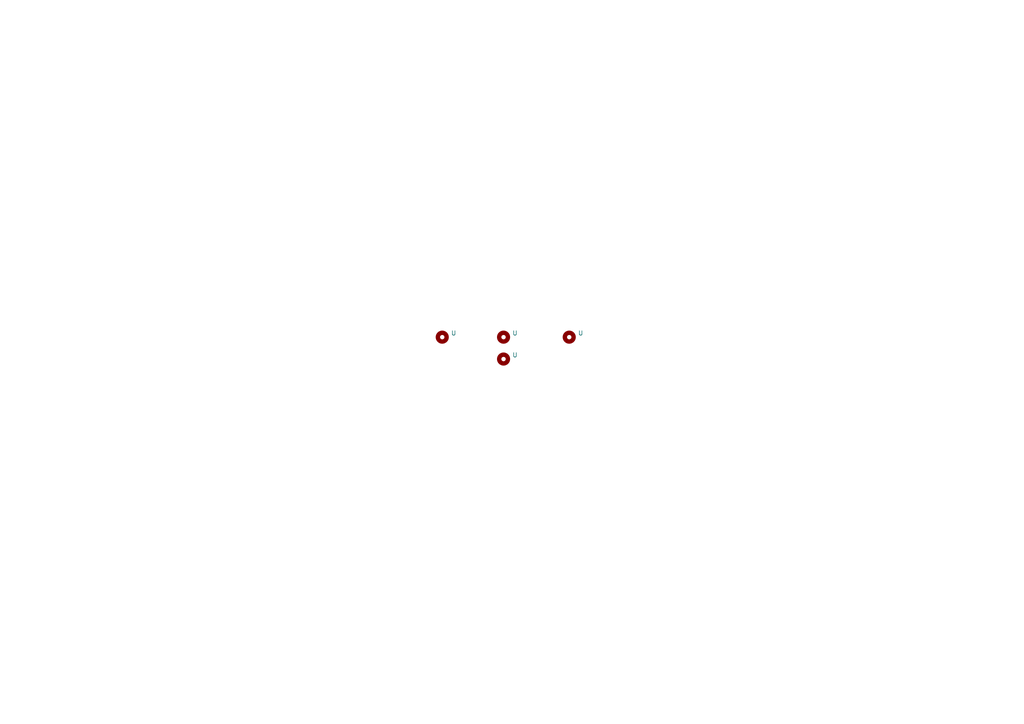
<source format=kicad_sch>
(kicad_sch (version 20220622) (generator eeschema)
  (paper "A4")
  (lib_symbols
    (symbol "Mechanical:MountingHole" (pin_names (offset 1.016))
      (property "Reference" "H" (at 0 5.08 0))
      (property "Value" "MountingHole" (at 0 3.175 0))
      (symbol "MountingHole_0_1"
        (circle (center 0 0) (radius 1.27) (stroke (width 1.27)))
      )
    )
  )
  (symbol (lib_id "Mechanical:MountingHole") (at 128.27 97.79 0) (unit 1)
    (default_instance (reference "U") (unit 1) (value "") (footprint ""))
    (property "Reference" "U" (at 130.81 96.6216 0) (effects (justify left)))
  )
  (symbol (lib_id "Mechanical:MountingHole") (at 146.05 97.79 0) (unit 1)
    (default_instance (reference "U") (unit 1) (value "") (footprint ""))
    (property "Reference" "U" (at 148.59 96.6216 0) (effects (justify left)))
  )
  (symbol (lib_id "Mechanical:MountingHole") (at 146.05 104.14 0) (unit 1)
    (default_instance (reference "U") (unit 1) (value "") (footprint ""))
    (property "Reference" "U" (at 148.59 102.9716 0) (effects (justify left)))
  )
  (symbol (lib_id "Mechanical:MountingHole") (at 165.1 97.79 0) (unit 1)
    (default_instance (reference "U") (unit 1) (value "") (footprint ""))
    (property "Reference" "U" (at 167.64 96.6216 0) (effects (justify left)))
  )
)
</source>
